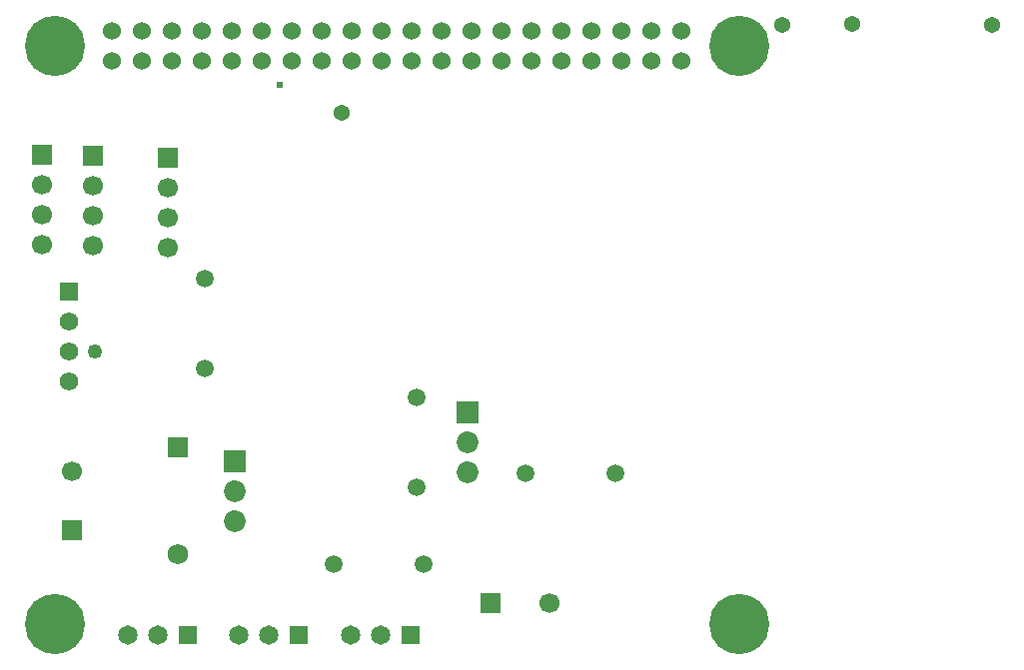
<source format=gbs>
G04*
G04 #@! TF.GenerationSoftware,Altium Limited,Altium Designer,22.7.1 (60)*
G04*
G04 Layer_Color=16711935*
%FSLAX44Y44*%
%MOMM*%
G71*
G04*
G04 #@! TF.SameCoordinates,D299D1DB-FC93-4E7D-A29F-8AC0059F7039*
G04*
G04*
G04 #@! TF.FilePolarity,Negative*
G04*
G01*
G75*
%ADD17C,1.7500*%
%ADD18R,1.7500X1.7500*%
%ADD19C,1.8500*%
%ADD20R,1.8500X1.8500*%
%ADD21C,1.7000*%
%ADD22R,1.7000X1.7000*%
%ADD23C,1.5000*%
%ADD24C,1.5240*%
%ADD25C,1.6500*%
%ADD26R,1.7000X1.7000*%
%ADD27C,1.2500*%
%ADD28C,1.5700*%
%ADD29R,1.5700X1.5700*%
%ADD30R,1.6500X1.6500*%
%ADD31C,5.1000*%
%ADD32C,0.6080*%
%ADD33C,1.3700*%
D17*
X139289Y94550D02*
D03*
D18*
Y184550D02*
D03*
D19*
X187808Y122132D02*
D03*
Y147532D02*
D03*
X384907Y163885D02*
D03*
Y189285D02*
D03*
D20*
X187808Y172932D02*
D03*
X384907Y214685D02*
D03*
D21*
X131189Y354421D02*
D03*
Y379821D02*
D03*
Y405221D02*
D03*
X24588Y382223D02*
D03*
X67612Y381375D02*
D03*
X50046Y164872D02*
D03*
X454791Y52871D02*
D03*
X67612Y355975D02*
D03*
Y406775D02*
D03*
X24588Y356823D02*
D03*
Y407623D02*
D03*
D22*
X131189Y430621D02*
D03*
X50046Y114872D02*
D03*
X67612Y432175D02*
D03*
X24588Y433023D02*
D03*
D23*
X341914Y227078D02*
D03*
Y150878D02*
D03*
X510493Y162575D02*
D03*
X434293D02*
D03*
X348080Y85690D02*
D03*
X162387Y327626D02*
D03*
Y251426D02*
D03*
X271880Y85690D02*
D03*
D24*
X159900Y512300D02*
D03*
X134500D02*
D03*
X464700Y537700D02*
D03*
X83700Y512300D02*
D03*
Y537700D02*
D03*
X109100Y512300D02*
D03*
Y537700D02*
D03*
X134500D02*
D03*
X159900D02*
D03*
X185300Y512300D02*
D03*
Y537700D02*
D03*
X210700Y512300D02*
D03*
Y537700D02*
D03*
X236100Y512300D02*
D03*
Y537700D02*
D03*
X261500Y512300D02*
D03*
Y537700D02*
D03*
X286900Y512300D02*
D03*
Y537700D02*
D03*
X312300Y512300D02*
D03*
Y537700D02*
D03*
X337700Y512300D02*
D03*
Y537700D02*
D03*
X363100Y512300D02*
D03*
Y537700D02*
D03*
X388500Y512300D02*
D03*
Y537700D02*
D03*
X413900Y512300D02*
D03*
Y537700D02*
D03*
X439300Y512300D02*
D03*
Y537700D02*
D03*
X464700Y512300D02*
D03*
X490100D02*
D03*
Y537700D02*
D03*
X515500Y512300D02*
D03*
Y537700D02*
D03*
X540900Y512300D02*
D03*
Y537700D02*
D03*
X566300Y512300D02*
D03*
Y537700D02*
D03*
D25*
X122250Y25587D02*
D03*
X216755D02*
D03*
X311259Y25982D02*
D03*
X285859D02*
D03*
X191355Y25587D02*
D03*
X96850D02*
D03*
D26*
X404791Y52871D02*
D03*
D27*
X68952Y265788D02*
D03*
D28*
X47353Y240388D02*
D03*
Y265788D02*
D03*
Y291188D02*
D03*
D29*
Y316588D02*
D03*
D30*
X336659Y25982D02*
D03*
X242155Y25587D02*
D03*
X147650D02*
D03*
D31*
X35000Y525000D02*
D03*
X615000Y35000D02*
D03*
X35000D02*
D03*
X615000Y525000D02*
D03*
D32*
X226314Y492506D02*
D03*
D33*
X711192Y543524D02*
D03*
X651978Y543070D02*
D03*
X829254Y542492D02*
D03*
X278584Y468174D02*
D03*
M02*

</source>
